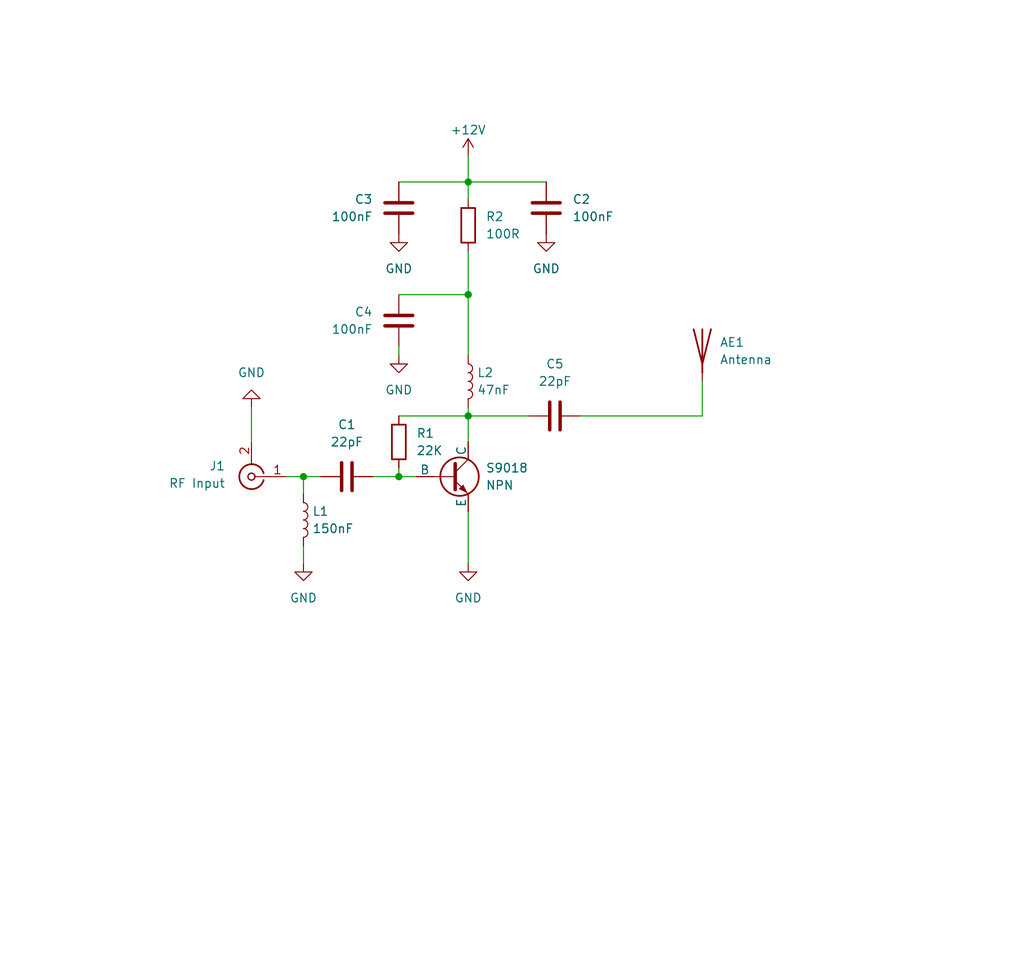
<source format=kicad_sch>
(kicad_sch (version 20230121) (generator eeschema)
  (paper "User" 150.012 140.995)
  (lib_symbols
    (symbol "Connector:Conn_Coaxial" (pin_names (offset 1.016) hide)
      (property "Reference" "J" (at 0.254 3.048 0))
      (property "Value" "Conn_Coaxial" (at 2.921 0 90))
      (symbol "Conn_Coaxial_0_1"
        (arc (start -1.778 -0.508) (mid 0.2311 -1.8066) (end 1.778 0) (stroke (width 0.254)))
        (polyline (pts (xy -2.54 0) (xy -0.508 0)))
        (polyline (pts (xy 0 -2.54) (xy 0 -1.778)))
        (circle (center 0 0) (radius 0.508) (stroke (width 0.2032)))
        (arc (start 1.778 0) (mid 0.2099 1.8101) (end -1.778 0.508) (stroke (width 0.254)))
      )
      (symbol "Conn_Coaxial_1_1"
        (pin passive line (at -5.08 0 0) (length 2.54) (name "In") (number "1"))
        (pin passive line (at 0 -5.08 90) (length 2.54) (name "Ext") (number "2"))
      )
    )
    (symbol "Device:Antenna" (pin_numbers hide) (pin_names (offset 1.016) hide)
      (property "Reference" "AE" (at -1.905 1.905 0))
      (property "Value" "Antenna" (at -1.905 0 0))
      (symbol "Antenna_0_1"
        (polyline (pts (xy 0 2.54) (xy 0 -3.81)) (stroke (width 0.254)))
        (polyline (pts (xy 1.27 2.54) (xy 0 -2.54) (xy -1.27 2.54)) (stroke (width 0.254)))
      )
      (symbol "Antenna_1_1"
        (pin input line (at 0 -5.08 90) (length 2.54) (name "A") (number "1"))
      )
    )
    (symbol "Device:C" (pin_numbers hide) (pin_names (offset 0.254))
      (property "Reference" "C" (at 0.635 2.54 0))
      (property "Value" "C" (at 0.635 -2.54 0))
      (symbol "C_0_1"
        (polyline (pts (xy -2.032 -0.762) (xy 2.032 -0.762)) (stroke (width 0.508)))
        (polyline (pts (xy -2.032 0.762) (xy 2.032 0.762)) (stroke (width 0.508)))
      )
      (symbol "C_1_1"
        (pin passive line (at 0 3.81 270) (length 2.794) (name "~") (number "1"))
        (pin passive line (at 0 -3.81 90) (length 2.794) (name "~") (number "2"))
      )
    )
    (symbol "Device:L" (pin_numbers hide) (pin_names (offset 1.016) hide)
      (property "Reference" "L" (at -1.27 0 90))
      (property "Value" "L" (at 1.905 0 90))
      (symbol "L_0_1"
        (arc (start 0 -2.54) (mid 0.6323 -1.905) (end 0 -1.27))
        (arc (start 0 -1.27) (mid 0.6323 -0.635) (end 0 0))
        (arc (start 0 0) (mid 0.6323 0.635) (end 0 1.27))
        (arc (start 0 1.27) (mid 0.6323 1.905) (end 0 2.54))
      )
      (symbol "L_1_1"
        (pin passive line (at 0 3.81 270) (length 1.27) (name "1") (number "1"))
        (pin passive line (at 0 -3.81 90) (length 1.27) (name "2") (number "2"))
      )
    )
    (symbol "Device:R" (pin_numbers hide) (pin_names (offset 0))
      (property "Reference" "R" (at 2.032 0 90))
      (property "Value" "R" (at 0 0 90))
      (symbol "R_0_1"
        (rectangle (start -1.016 -2.54) (end 1.016 2.54) (stroke (width 0.254)))
      )
      (symbol "R_1_1"
        (pin passive line (at 0 3.81 270) (length 1.27) (name "~") (number "1"))
        (pin passive line (at 0 -3.81 90) (length 1.27) (name "~") (number "2"))
      )
    )
    (symbol "Simulation_SPICE:NPN" (pin_numbers hide) (pin_names (offset 0))
      (property "Reference" "Q" (at -2.54 7.62 0))
      (property "Value" "NPN" (at -2.54 5.08 0))
      (symbol "NPN_0_1"
        (polyline (pts (xy -2.54 0) (xy 0.635 0)) (stroke (width 0.1524)))
        (polyline (pts (xy 0.635 0.635) (xy 2.54 2.54)))
        (polyline (pts (xy 2.794 -1.27) (xy 2.794 -1.27)) (stroke (width 0.1524)))
        (polyline (pts (xy 2.794 -1.27) (xy 2.794 -1.27)) (stroke (width 0.1524)))
        (polyline (pts (xy 0.635 -0.635) (xy 2.54 -2.54) (xy 2.54 -2.54)))
        (polyline (pts (xy 0.635 1.905) (xy 0.635 -1.905) (xy 0.635 -1.905)) (stroke (width 0.508)))
        (polyline (pts (xy 1.27 -1.778) (xy 1.778 -1.27) (xy 2.286 -2.286) (xy 1.27 -1.778) (xy 1.27 -1.778)) (fill (type outline)))
        (circle (center 1.27 0) (radius 2.8194) (stroke (width 0.254)))
      )
      (symbol "NPN_1_1"
        (pin open_collector line (at 2.54 5.08 270) (length 2.54) (name "C") (number "1"))
        (pin input line (at -5.08 0 0) (length 2.54) (name "B") (number "2"))
        (pin open_emitter line (at 2.54 -5.08 90) (length 2.54) (name "E") (number "3"))
      )
    )
    (symbol "power:+12V" (power) (pin_names (offset 0))
      (property "Value" "+12V" (at 0 3.556 0))
      (symbol "+12V_0_1"
        (polyline (pts (xy -0.762 1.27) (xy 0 2.54)))
        (polyline (pts (xy 0 0) (xy 0 2.54)))
        (polyline (pts (xy 0 2.54) (xy 0.762 1.27)))
      )
      (symbol "+12V_1_1"
        (pin power_in line (at 0 0 90) (length 0) hide (name "+12V") (number "1"))
      )
    )
    (symbol "power:GND" (power) (pin_names (offset 0))
      (property "Value" "GND" (at 0 -3.81 0))
      (symbol "GND_0_1"
        (polyline (pts (xy 0 0) (xy 0 -1.27) (xy 1.27 -1.27) (xy 0 -2.54) (xy -1.27 -1.27) (xy 0 -1.27)))
      )
      (symbol "GND_1_1"
        (pin power_in line (at 0 0 270) (length 0) hide (name "GND") (number "1"))
      )
    )
  )
  (junction (at 44.45 69.85))
  (junction (at 68.58 26.67))
  (junction (at 58.42 69.85))
  (junction (at 68.58 43.18))
  (junction (at 68.58 60.96))
  (wire (pts (xy 44.45 69.85) (xy 46.99 69.85)))
  (wire (pts (xy 58.42 50.8) (xy 58.42 52.07)))
  (wire (pts (xy 68.58 43.18) (xy 68.58 52.07)))
  (wire (pts (xy 58.42 26.67) (xy 68.58 26.67)))
  (wire (pts (xy 68.58 59.69) (xy 68.58 60.96)))
  (wire (pts (xy 68.58 26.67) (xy 68.58 29.21)))
  (wire (pts (xy 102.87 55.88) (xy 102.87 60.96)))
  (wire (pts (xy 68.58 60.96) (xy 77.47 60.96)))
  (wire (pts (xy 68.58 22.86) (xy 68.58 26.67)))
  (wire (pts (xy 58.42 43.18) (xy 68.58 43.18)))
  (wire (pts (xy 58.42 69.85) (xy 60.96 69.85)))
  (wire (pts (xy 58.42 68.58) (xy 58.42 69.85)))
  (wire (pts (xy 68.58 74.93) (xy 68.58 82.55)))
  (wire (pts (xy 36.83 59.69) (xy 36.83 64.77)))
  (wire (pts (xy 68.58 36.83) (xy 68.58 43.18)))
  (wire (pts (xy 58.42 60.96) (xy 68.58 60.96)))
  (wire (pts (xy 68.58 26.67) (xy 80.01 26.67)))
  (wire (pts (xy 41.91 69.85) (xy 44.45 69.85)))
  (wire (pts (xy 85.09 60.96) (xy 102.87 60.96)))
  (wire (pts (xy 54.61 69.85) (xy 58.42 69.85)))
  (wire (pts (xy 44.45 80.01) (xy 44.45 82.55)))
  (wire (pts (xy 44.45 69.85) (xy 44.45 72.39)))
  (wire (pts (xy 68.58 60.96) (xy 68.58 64.77)))
  (symbol (lib_id "Device:C") (at 50.8 69.85 270) (unit 1)
    (property "Reference" "C1" (at 50.8 62.23 90))
    (property "Value" "22pF" (at 50.8 64.77 90))
  )
  (symbol (lib_id "Device:R") (at 58.42 64.77 0) (unit 1)
    (property "Reference" "R1" (at 60.96 63.5 0) (effects (justify left)))
    (property "Value" "22K" (at 60.96 66.04 0) (effects (justify left)))
  )
  (symbol (lib_id "Device:C") (at 58.42 30.48 0) (mirror y) (unit 1)
    (property "Reference" "C3" (at 54.61 29.21 0) (effects (justify left)))
    (property "Value" "100nF" (at 54.61 31.75 0) (effects (justify left)))
  )
  (symbol (lib_id "Device:C") (at 58.42 46.99 0) (mirror y) (unit 1)
    (property "Reference" "C4" (at 54.61 45.72 0) (effects (justify left)))
    (property "Value" "100nF" (at 54.61 48.26 0) (effects (justify left)))
  )
  (symbol (lib_id "Device:L") (at 68.58 55.88 0) (unit 1)
    (property "Reference" "L2" (at 69.85 54.61 0) (effects (justify left)))
    (property "Value" "47nF" (at 69.85 57.15 0) (effects (justify left)))
  )
  (symbol (lib_id "power:GND") (at 68.58 82.55 0) (unit 1)
    (property "Reference" "#PWR07" (effects hide))
    (property "Value" "GND" (at 68.58 87.63 0))
  )
  (symbol (lib_id "power:GND") (at 58.42 52.07 0) (mirror y) (unit 1)
    (property "Reference" "#PWR06" (effects hide))
    (property "Value" "GND" (at 58.42 57.15 0))
  )
  (symbol (lib_id "power:GND") (at 58.42 34.29 0) (mirror y) (unit 1)
    (property "Reference" "#PWR05" (effects hide))
    (property "Value" "GND" (at 58.42 39.37 0))
  )
  (symbol (lib_id "power:+12V") (at 68.58 22.86 0) (unit 1)
    (property "Reference" "#PWR03" (effects hide))
    (property "Value" "+12V" (at 68.58 19.05 0))
  )
  (symbol (lib_id "power:GND") (at 80.01 34.29 0) (unit 1)
    (property "Reference" "#PWR04" (effects hide))
    (property "Value" "GND" (at 80.01 39.37 0))
  )
  (symbol (lib_id "Simulation_SPICE:NPN") (at 66.04 69.85 0) (unit 1)
    (property "Reference" "S9018" (at 71.12 68.58 0) (effects (justify left)))
    (property "Value" "NPN" (at 71.12 71.12 0) (effects (justify left)))
    (property "Sim.Device" "NPN" (effects hide))
    (property "Sim.Type" "GUMMELPOON" (effects hide))
    (property "Sim.Pins" "1=C 2=B 3=E" (effects hide))
  )
  (symbol (lib_id "Device:Antenna") (at 102.87 50.8 0) (unit 1)
    (property "Reference" "AE1" (at 105.41 50.165 0) (effects (justify left)))
    (property "Value" "Antenna" (at 105.41 52.705 0) (effects (justify left)))
  )
  (symbol (lib_id "Device:C") (at 81.28 60.96 270) (unit 1)
    (property "Reference" "C5" (at 81.28 53.34 90))
    (property "Value" "22pF" (at 81.28 55.88 90))
  )
  (symbol (lib_id "Device:C") (at 80.01 30.48 0) (unit 1)
    (property "Reference" "C2" (at 83.82 29.21 0) (effects (justify left)))
    (property "Value" "100nF" (at 83.82 31.75 0) (effects (justify left)))
  )
  (symbol (lib_id "Connector:Conn_Coaxial") (at 36.83 69.85 180) (unit 1)
    (property "Reference" "J1" (at 33.02 68.2868 0) (effects (justify left)))
    (property "Value" "RF Input" (at 33.02 70.8268 0) (effects (justify left)))
    (property "Datasheet" " ~" (effects hide))
  )
  (symbol (lib_id "power:GND") (at 44.45 82.55 0) (unit 1)
    (property "Reference" "#PWR01" (effects hide))
    (property "Value" "GND" (at 44.45 87.63 0))
  )
  (symbol (lib_id "Device:R") (at 68.58 33.02 0) (unit 1)
    (property "Reference" "R2" (at 71.12 31.75 0) (effects (justify left)))
    (property "Value" "100R" (at 71.12 34.29 0) (effects (justify left)))
  )
  (symbol (lib_id "Device:L") (at 44.45 76.2 0) (unit 1)
    (property "Reference" "L1" (at 45.72 74.93 0) (effects (justify left)))
    (property "Value" "150nF" (at 45.72 77.47 0) (effects (justify left)))
  )
  (symbol (lib_id "power:GND") (at 36.83 59.69 180) (unit 1)
    (property "Reference" "#PWR02" (effects hide))
    (property "Value" "GND" (at 36.83 54.61 0))
  )
)
</source>
